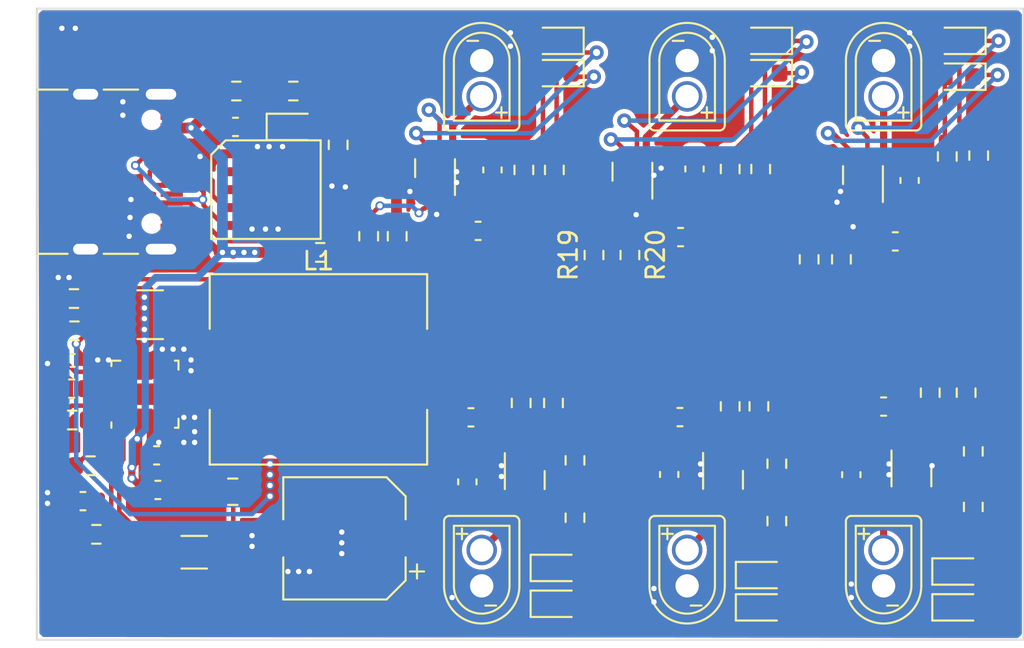
<source format=kicad_pcb>
(kicad_pcb (version 20221018) (generator pcbnew)
  (layers (0 "F.Cu" signal) (31 "B.Cu" signal) (34 "B.Paste" user) (35 "F.Paste" user) (36 "B.SilkS" user "B.Silkscreen") (37 "F.SilkS" user "F.Silkscreen") (38 "B.Mask" user) (39 "F.Mask" user) (44 "Edge.Cuts" user))
  (net 0 "")
  (net 1 "Net-(C1-Pad1)")
  (net 2 "GND")
  (net 3 "Net-(J1-Pin_1)")
  (net 4 "Net-(C3-Pad1)")
  (net 5 "Net-(J2-Pin_1)")
  (net 6 "Net-(C5-Pad1)")
  (net 7 "Net-(J3-Pin_1)")
  (net 8 "Net-(C7-Pad1)")
  (net 9 "Net-(J4-Pin_1)")
  (net 10 "Net-(C9-Pad1)")
  (net 11 "Net-(J5-Pin_1)")
  (net 12 "Net-(C11-Pad1)")
  (net 13 "Net-(J6-Pin_1)")
  (net 14 "/VDD_CH224K")
  (net 15 "/VBUS")
  (net 16 "Net-(U8-BOOT)")
  (net 17 "Net-(Cbst1-Pad1)")
  (net 18 "/5V")
  (net 19 "Net-(D1-K)")
  (net 20 "Net-(D1-A)")
  (net 21 "Net-(D2-K)")
  (net 22 "Net-(D2-A)")
  (net 23 "Net-(D3-K)")
  (net 24 "Net-(D3-A)")
  (net 25 "Net-(D4-K)")
  (net 26 "Net-(D4-A)")
  (net 27 "Net-(D5-K)")
  (net 28 "Net-(D5-A)")
  (net 29 "Net-(D6-K)")
  (net 30 "Net-(D6-A)")
  (net 31 "Net-(D7-K)")
  (net 32 "Net-(D7-A)")
  (net 33 "Net-(D8-K)")
  (net 34 "Net-(D8-A)")
  (net 35 "Net-(D9-K)")
  (net 36 "Net-(D9-A)")
  (net 37 "Net-(D10-K)")
  (net 38 "Net-(D10-A)")
  (net 39 "Net-(D11-K)")
  (net 40 "Net-(D11-A)")
  (net 41 "Net-(D12-K)")
  (net 42 "Net-(D12-A)")
  (net 43 "Net-(D13-K)")
  (net 44 "Net-(D13-A)")
  (net 45 "/CC1")
  (net 46 "/DP")
  (net 47 "/DM")
  (net 49 "/CC2")
  (net 51 "Net-(U1-PROG)")
  (net 52 "Net-(U2-PROG)")
  (net 53 "Net-(U3-PROG)")
  (net 54 "Net-(U4-PROG)")
  (net 55 "Net-(U5-PROG)")
  (net 56 "Net-(U6-PROG)")
  (net 57 "Net-(U8-PGOOD)")
  (net 58 "Net-(U8-FB)")
  (net 59 "Net-(U7-VBUS)")
  (net 60 "Net-(U7-CFG1)")
  (net 69 "Net-(U8-VREG5)")
  (net 70 "Net-(U8-SS)")
  (net 71 "Net-(U8-MODE)")
  (footprint "Resistor_SMD:R_0603_1608Metric" (layer "F.Cu") (at 74.45 52.3875 -90)
    (fp_text reference "R26" hide)
    (fp_text value "1")
  )
  (footprint "Resistor_SMD:R_0603_1608Metric" (layer "F.Cu") (at 32.925 67.725)
    (fp_text reference "Rml1" hide)
    (fp_text value "20K")
  )
  (footprint "Resistor_SMD:R_0603_1608Metric" (layer "F.Cu") (at 58.4 60.4 -90)
    (fp_text reference "R31" hide)
    (fp_text value "1K")
  )
  (footprint "Resistor_SMD:R_0603_1608Metric" (layer "F.Cu") (at 59.6 63.6 -90)
    (fp_text reference "R34" hide)
    (fp_text value "1K")
  )
  (footprint "thomas:BT2.0" (layer "F.Cu") (at 54.4 42.2)
    (fp_text reference "J3" hide)
    (fp_text value "Conn_01x02")
  )
  (footprint "Capacitor_SMD:C_0603_1608Metric" (layer "F.Cu") (at 66.26 47.3475 -90)
    (fp_text reference "C8" hide)
    (fp_text value "10u")
  )
  (footprint "Resistor_SMD:R_0603_1608Metric" (layer "F.Cu") (at 31.7 56.375)
    (fp_text reference "Rfbt1" hide)
    (fp_text value "73.2K")
  )
  (footprint "Capacitor_SMD:C_0603_1608Metric" (layer "F.Cu") (at 53.6 64.8 90)
    (fp_text reference "C12" hide)
    (fp_text value "10u")
  )
  (footprint "thomas:BT2.0" (layer "F.Cu") (at 65.85 69.7 180)
    (fp_text reference "J1" hide)
    (fp_text value "Conn_01x02")
  )
  (footprint "Resistor_SMD:R_0603_1608Metric" (layer "F.Cu") (at 59.6 66.8 90)
    (fp_text reference "R33" hide)
    (fp_text value "1K")
  )
  (footprint "Resistor_SMD:R_0603_1608Metric" (layer "F.Cu") (at 45.4 52 180)
    (fp_text reference "R101" hide)
    (fp_text value "10K")
  )
  (footprint "Resistor_SMD:R_0603_1608Metric" (layer "F.Cu") (at 81.4 59.825 -90)
    (fp_text reference "R7" hide)
    (fp_text value "1K")
  )
  (footprint "LED_SMD:LED_0603_1608Metric" (layer "F.Cu") (at 58.6125 71.6)
    (fp_text reference "D12" hide)
    (fp_text value "GREEN")
  )
  (footprint "Capacitor_SMD:C_0603_1608Metric" (layer "F.Cu") (at 31.55 59.6 180)
    (fp_text reference "Css1" hide)
    (fp_text value "10n")
  )
  (footprint "LED_SMD:LED_0603_1608Metric" (layer "F.Cu") (at 58.6 42 180)
    (fp_text reference "D5" hide)
    (fp_text value "RED")
  )
  (footprint "Resistor_SMD:R_0603_1608Metric" (layer "F.Cu") (at 43.9 43 180)
    (fp_text reference "R44" hide)
    (fp_text value "1K")
  )
  (footprint "Resistor_SMD:R_0603_1608Metric" (layer "F.Cu") (at 40.725 43 180)
    (fp_text reference "R100" hide)
    (fp_text value "1K")
  )
  (footprint "Package_DFN_QFN:DFN-8-1EP_2x2mm_P0.5mm_EP0.9x1.6mm" (layer "F.Cu") (at 75.65 48.1875 90)
    (fp_text reference "U5" hide)
    (fp_text value "LGS4056HDA-4.35")
  )
  (footprint "Resistor_SMD:R_0603_1608Metric" (layer "F.Cu") (at 56.6 60.4 90)
    (fp_text reference "R32" hide)
    (fp_text value "1")
  )
  (footprint "Resistor_SMD:R_0603_1608Metric" (layer "F.Cu") (at 80.35 46.65 -90)
    (fp_text reference "R27" hide)
    (fp_text value "1K")
  )
  (footprint "Package_DFN_QFN:DFN-8-1EP_2x2mm_P0.5mm_EP0.9x1.6mm" (layer "F.Cu") (at 67.85 64.1875 -90)
    (fp_text reference "U1" hide)
    (fp_text value "LGS4056HDA-4.35")
  )
  (footprint "Capacitor_SMD:C_0603_1608Metric" (layer "F.Cu") (at 65.45 61.1875 180)
    (fp_text reference "C1" hide)
    (fp_text value "10u")
  )
  (footprint "Resistor_SMD:R_0603_1608Metric" (layer "F.Cu") (at 81.8 63.1 -90)
    (fp_text reference "R10" hide)
    (fp_text value "1K")
  )
  (footprint "Package_DFN_QFN:DFN-8-1EP_2x2mm_P0.5mm_EP0.9x1.6mm" (layer "F.Cu") (at 51.8 47.8 90)
    (fp_text reference "U3" hide)
    (fp_text value "LGS4056HDA-4.35")
  )
  (footprint "Resistor_SMD:R_0603_1608Metric" (layer "F.Cu") (at 82.1 46.6 -90)
    (fp_text reference "R28" hide)
    (fp_text value "1K")
  )
  (footprint "thomas:BT2.0" (layer "F.Cu") (at 54.4 69.7 180)
    (fp_text reference "J6" hide)
    (fp_text value "Conn_01x02")
  )
  (footprint "Package_DFN_QFN:DFN-8-1EP_2x2mm_P0.5mm_EP0.9x1.6mm" (layer "F.Cu") (at 62.8 48 90)
    (fp_text reference "U4" hide)
    (fp_text value "LGS4056HDA-4.35")
  )
  (footprint "Capacitor_SMD:C_0603_1608Metric" (layer "F.Cu") (at 40.675 45 180)
    (fp_text reference "C13" hide)
    (fp_text value "1u")
  )
  (footprint "Resistor_SMD:R_0603_1608Metric" (layer "F.Cu") (at 60.66 52.1475 90)
    (fp_text reference "R19")
    (fp_text value "1K")
  )
  (footprint "thomas:BT2.0" (layer "F.Cu") (at 76.8 69.7 180)
    (fp_text reference "J2" hide)
    (fp_text value "Conn_01x02")
  )
  (footprint "Capacitor_SMD:C_0603_1608Metric" (layer "F.Cu") (at 76.8 60.6 180)
    (fp_text reference "C3" hide)
    (fp_text value "10u")
  )
  (footprint "Resistor_SMD:R_0603_1608Metric" (layer "F.Cu") (at 68.25 60.5875 90)
    (fp_text reference "R1" hide)
    (fp_text value "1")
  )
  (footprint "Resistor_SMD:R_0603_1608Metric" (layer "F.Cu") (at 56.75 47.4 -90)
    (fp_text reference "R15" hide)
    (fp_text value "1K")
  )
  (footprint "LED_SMD:LED_0603_1608Metric" (layer "F.Cu") (at 70.05 70)
    (fp_text reference "D2" hide)
    (fp_text value "RED")
  )
  (footprint "Capacitor_SMD:C_0603_1608Metric" (layer "F.Cu") (at 65.485 51.1475)
    (fp_text reference "C7" hide)
    (fp_text value "10u")
  )
  (footprint "Resistor_SMD:R_0603_1608Metric" (layer "F.Cu") (at 31.575 61.35 180)
    (fp_text reference "Rpg1" hide)
    (fp_text value "10K")
  )
  (footprint "Resistor_SMD:R_0603_1608Metric" (layer "F.Cu") (at 69.95 47.35 -90)
    (fp_text reference "R22" hide)
    (fp_text value "1K")
  )
  (footprint "Capacitor_SMD:CP_Elec_6.3x5.9" (layer "F.Cu") (at 46.75 67.95 180)
    (fp_text reference "Cout1" hide)
    (fp_text value "180u")
  )
  (footprint "Resistor_SMD:R_0603_1608Metric" (layer "F.Cu") (at 32.6 63.9 180)
    (fp_text reference "Rmh1" hide)
    (fp_text value "121K")
  )
  (footprint "thomas:ESSOP10" (layer "F.Cu") (at 42.375 48.5 -90)
    (fp_text reference "U7" hide)
    (fp_text value "CH224K")
  )
  (footprint "LED_SMD:LED_0603_1608Metric" (layer "F.Cu") (at 81 71.8)
    (fp_text reference "D4" hide)
    (fp_text value "GREEN")
  )
  (footprint "Package_DFN_QFN:DFN-8-1EP_2x2mm_P0.5mm_EP0.9x1.6mm" (layer "F.Cu") (at 78.35 64.05 -90)
    (fp_text reference "U2" hide)
    (fp_text value "LGS4056HDA-4.35")
  )
  (footprint "Capacitor_SMD:C_0603_1608Metric" (layer "F.Cu") (at 32.175 65.875 180)
    (fp_text reference "Creg1" hide)
    (fp_text value "4.7u")
  )
  (footprint "Resistor_SMD:R_0603_1608Metric" (layer "F.Cu") (at 70.85 66.9875 90)
    (fp_text reference "R3" hide)
    (fp_text value "1K")
  )
  (footprint "Capacitor_SMD:C_0603_1608Metric" (layer "F.Cu") (at 54.2 50.8)
    (fp_text reference "C5" hide)
    (fp_text value "10u")
  )
  (footprint "thomas:BT2.0" (layer "F.Cu") (at 65.85 42.2)
    (fp_text reference "J4" hide)
    (fp_text value "Conn_01x02")
  )
  (footprint "Resistor_SMD:R_0603_1608Metric" (layer "F.Cu") (at 70.85 63.7875 -90)
    (fp_text reference "R4" hide)
    (fp_text value "1K")
  )
  (footprint "Resistor_SMD:R_0603_1608Metric" (layer "F.Cu") (at 48.1 51.1 90)
    (fp_text reference "R13" hide)
    (fp_text value "1K")
  )
  (footprint "Package_DFN_QFN:Texas_RNN0018A" (layer "F.Cu") (at 35.63 59.91 90)
    (fp_text reference "U8" hide)
    (fp_text value "TPS568215RNN")
  )
  (footprint "Capacitor_SMD:C_0603_1608Metric" (layer "F.Cu") (at 64.85 64.3875 90)
    (fp_text reference "C2" hide)
    (fp_text value "10u")
  )
  (footprint "thomas:BT2.0" (layer "F.Cu") (at 76.8 42.2)
    (fp_text reference "J5" hide)
    (fp_text value "Conn_01x02")
  )
  (footprint "LED_SMD:LED_0603_1608Metric" (layer "F.Cu") (at 70.05 71.8)
    (fp_text reference "D1" hide)
    (fp_text value "GREEN")
  )
  (footprint "Resistor_SMD:R_0603_1608Metric" (layer "F.Cu") (at 49.69 51.1 -90)
    (fp_text reference "R14" hide)
    (fp_text value "1")
  )
  (footprint "Resistor_SMD:R_0603_1608Metric" (layer "F.Cu") (at 62.66 52.1475 -90)
    (fp_text reference "R20")
    (fp_text value "1")
  )
  (footprint "LED_SMD:LED_0603_1608Metric" (layer "F.Cu") (at 70.2125 40.2 180)
    (fp_text reference "D8" hide)
    (fp_text value "GREEN")
  )
  (footprint "LED_SMD:LED_0603_1608Metric" (layer "F.Cu") (at 58.6 40.2 180)
    (fp_text reference "D6" hide)
    (fp_text value "GREEN")
  )
  (footprint "Resistor_SMD:R_0603_1608Metric" (layer "F.Cu") (at 81.8 66.2 90)
    (fp_text reference "R9" hide)
    (fp_text value "1K")
  )
  (footprint "Connector_USB:USB_C_Receptacle_G-Switch_GT-USB-7010ASV" (layer "F.Cu") (at 33.4 47.5 -90)
    (fp_text reference "J7" hide)
    (fp_text value "USB_C_CONN")
  )
  (footprint "Capacitor_SMD:C_0603_1608Metric" (layer "F.Cu") (at 53.8 61.2 180)
    (fp_text reference "C11" hide)
    (fp_text value "10u")
  )
  (footprint "Capacitor_SMD:C_0603_1608Metric" (layer "F.Cu") (at 75 64.4 90)
    (fp_text reference "C4" hide)
    (fp_text value "10u")
  )
  (footprint "LED_SMD:LED_0603_1608Metric" (layer "F.Cu") (at 81 40.2 180)
    (fp_text reference "D10" hide)
    (fp_text value "GREEN")
  )
  (footprint "Resistor_SMD:R_0603_1608Metric" (layer "F.Cu") (at 46.4 46 90)
    (fp_text reference "R102" hide)
    (fp_text value "24K")
  )
  (footprint "LED_SMD:LED_0603_1608Metric" (layer "F.Cu") (at 81 42.2 180)
    (fp_text reference "D9" hide)
    (fp_text value "RED")
  )
  (footprint "Resistor_SMD:R_0603_1608Metric" (layer "F.Cu") (at 69.85 60.5875 -90)
    (fp_text reference "R2" hide)
    (fp_text value "1K")
  )
  (footprint "Resistor_SMD:R_0603_1608Metric" (layer "F.Cu") (at 79.4 59.825 90)
    (fp_text reference "R8" hide)
    (fp_text value "1")
  )
  (footprint "Capacitor_SMD:C_1206_3216Metric" (layer "F.Cu") (at 38.375 68.725 180)
    (fp_text reference "Cbst1" hide)
    (fp_text value "100n")
  )
  (footprint "LED_SMD:LED_0603_1608Metric" (layer "F.Cu") (at 70.2125 42 180)
    (fp_text reference "D7" hide)
    (fp_text value "RED")
  )
  (footprint "Capacitor_SMD:C_0603_1608Metric" (layer "F.Cu") (at 36.28 63.32)
    (fp_text reference "Cihf_ch1" hide)
    (fp_text value "100n")
  )
  (footprint "Resistor_SMD:R_0603_1608Metric" (layer "F.Cu") (at 58.45 47.4 -90)
    (fp_text reference "R16" hide)
    (fp_text value "1K")
  )
  (footprint "LED_SMD:LED_0603_1608Metric" (layer "F.Cu") (at 43.9 45)
    (fp_text reference "D13" hide)
    (fp_text value "GREEN")
  )
  (footprint "Capacitor_SMD:C_0603_1608Metric" (layer "F.Cu") (at 55 47.4 -90)
    (fp_text reference "C6" hide)
    (fp_text value "10u")
  )
  (footprint "Resistor_SMD:R_0603_1608Metric" (layer "F.Cu") (at 31.675 54.575)
    (fp_text reference "Rfbb1" hide)
    (fp_text value "10K")
  )
  (footprint "Capacitor_SMD:C_0603_1608Metric" (layer "F.Cu") (at 78.25 47.9875 -90)
    (fp_text reference "C10" hide)
    (fp_text value "10u")
  )
  (footprint "Capacitor_SMD:C_0402_1005Metric" (layer "F.Cu") (at 31.6 58.025 180)
    (fp_text reference "Cff1" hide)
    (fp_text value "220p")
  )
  (footprint "Inductor_SMD:L_Chilisin_BMRF00101040" (layer "F.Cu") (at 45.3 58.525)
    (fp_text reference "L1")
    (fp_text value "1.6uH")
  )
  (footprint "LED_SMD:LED_0603_1608Metric" (layer "F.Cu") (at 81 69.8)
    (fp_text reference "D3" hide)
    (fp_text value "RED")
  )
  (footprint "Resistor_SMD:R_0603_1608Metric" (layer "F.Cu") (at 72.65 52.3875 90)
    (fp_text reference "R25" hide)
    (fp_text value "1K")
  )
  (footprint "LED_SMD:LED_0603_1608Metric" (layer "F.Cu") (at 58.6125 69.6)
    (fp_text reference "D11" hide)
    (fp_text value "RED")
  )
  (footprint "Capacitor_SMD:C_0603_1608Metric" (layer "F.Cu") (at 77.45 51.3875)
    (fp_text reference "C9" hide)
    (fp_text value "10u")
  )
  (footprint "Capacitor_SMD:C_0805_2012Metric" (layer "F.Cu") (at 40.525 65.35 180)
    (fp_text reference "Coutx1" hide)
    (fp_text value "22u")
  )
  (footprint "Capacitor_SMD:C_0603_1608Metric" (layer "F.Cu") (at 36.35 65.25)
    (fp_text reference "Cihf_ch2" hide)
    (fp_text value "100n")
  )
  (footprint "Resistor_SMD:R_0603_1608Metric" (layer "F.Cu") (at 68.25 47.35 -90)
    (fp_text reference "R21" hide)
    (fp_text value "1K")
  )
  (footprint "Capacitor_SMD:C_1210_3225Metric" (layer "F.Cu") (at 35.925 55.475)
    (fp_text reference "Cin1" hide)
    (fp_text value "10u")
  )
  (footprint "Package_DFN_QFN:DFN-8-1EP_2x2mm_P0.5mm_EP0.9x1.6mm" (layer "F.Cu") (at 56.8 64.2 -90)
    (fp_text reference "U6" hide)
    (fp_text value "LGS4056HDA-4.35")
  )
  (gr_rect (start 29.6 38.4) (end 84.6 73.6) (stroke (width 0.1)) (fill none) (layer "Edge.Cuts"))
  (segment (start 66.225 61.1875) (end 66.825 61.1875) (width 0.4) (layer "F.Cu") (net 1))
  (segment (start 66.825 61.1875) (end 68.25 59.7625) (width 0.4) (layer "F.Cu") (net 1))
  (segment (start 39.9 45) (end 40.625 44.275) (width 0.25) (layer "F.Cu") (net 2))
  (segment (start 52.05 48.8125) (end 52.05 49.45) (width 0.25) (layer "F.Cu") (net 2))
  (segment (start 52.05 49.45) (end 51.89 49.88) (width 0.25) (layer "F.Cu") (net 2))
  (segment (start 40.6 42.2) (end 39.225 42.2) (width 0.25) (layer "F.Cu") (net 2))
  (segment (start 63.05 49.0125) (end 63.01 49.9) (width 0.25) (layer "F.Cu") (net 2))
  (segment (start 75.1 50.57) (end 75.24 50.49) (width 0.25) (layer "F.Cu") (net 2))
  (segment (start 47.4 44.457538) (end 47.4 45.825) (width 0.25) (layer "F.Cu") (net 2))
  (segment (start 47.4 45.825) (end 46.4 46.825) (width 0.25) (layer "F.Cu") (net 2))
  (segment (start 40.625 44.275) (end 40.625 42.225) (width 0.25) (layer "F.Cu") (net 2))
  (segment (start 75.9 49.83) (end 75.1 50.57) (width 0.25) (layer "F.Cu") (net 2))
  (segment (start 40.625 42.225) (end 40.6 42.2) (width 0.25) (layer "F.Cu") (net 2))
  (segment (start 40.6 42.2) (end 45.142462 42.2) (width 0.25) (layer "F.Cu") (net 2))
  (segment (start 39.225 42.2) (end 37.125 44.3) (width 0.25) (layer "F.Cu") (net 2))
  (segment (start 63.01 49.9) (end 63.05 49.92) (width 0.25) (layer "F.Cu") (net 2))
  (segment (start 75.9 49.2) (end 75.9 49.83) (width 0.25) (layer "F.Cu") (net 2))
  (segment (start 45.142462 42.2) (end 47.4 44.457538) (width 0.25) (layer "F.Cu") (net 2))
  (via (at 66.6 63.8) (size 0.5) (drill 0.3) (layers "F.Cu" "B.Cu") (net 2))
  (via (at 77.1 64.4) (size 0.5) (drill 0.3) (layers "F.Cu" "B.Cu") (net 2))
  (via (at 64 70.75) (size 0.5) (drill 0.3) (layers "F.Cu" "B.Cu") (net 2))
  (via (at 46.6 67.6) (size 0.5) (drill 0.3) (layers "F.Cu" "B.Cu") (net 2))
  (via (at 31.75 39.5) (size 0.5) (drill 0.3) (layers "F.Cu" "B.Cu") (net 2))
  (via (at 34.75 51.1) (size 0.5) (drill 0.3) (layers "F.Cu" "B.Cu") (net 2))
  (via (at 56 39.75) (size 0.5) (drill 0.3) (layers "F.Cu" "B.Cu") (net 2))
  (via (at 55.5 64.5) (size 0.5) (drill 0.3) (layers "F.Cu" "B.Cu") (net 2))
  (via (at 46.05 48.3) (size 0.5) (drill 0.3) (layers "F.Cu" "B.Cu") (net 2))
  (via (at 74.4 48.6) (size 0.5) (drill 0.3) (layers "F.Cu" "B.Cu") (net 2))
  (via (at 36.6 57.4) (size 0.5) (drill 0.3) (layers "F.Cu" "B.Cu") (net 2))
  (via (at 34.8 50.05) (size 0.5) (drill 0.3) (layers "F.Cu" "B.Cu") (net 2))
  (via (at 41.6 68.4) (size 0.5) (drill 0.3) (layers "F.Cu" "B.Cu") (net 2))
  (via (at 51.89 49.88) (size 0.5) (drill 0.3) (layers "F.Cu" "B.Cu") (net 2))
  (via (at 67.25 40) (size 0.5) (drill 0.3) (layers "F.Cu" "B.Cu") (net 2))
  (via (at 66.6 64.4) (size 0.5) (drill 0.3) (layers "F.Cu" "B.Cu") (net 2))
  (via (at 38.4 62.6) (size 0.5) (drill 0.3) (layers "F.Cu" "B.Cu") (net 2))
  (via (at 34.4 43.6) (size 0.5) (drill 0.3) (layers "F.Cu" "B.Cu") (net 2))
  (via (at 37.8 62.6) (size 0.5) (drill 0.3) (layers "F.Cu" "B.Cu") (net 2))
  (via (at 34.4 44.35) (size 0.5) (drill 0.3) (layers "F.Cu" "B.Cu") (net 2))
  (via (at 75 70.5) (size 0.5) (drill 0.3) (layers "F.Cu" "B.Cu") (net 2))
  (via (at 53 47.5) (size 0.5) (drill 0.3) (layers "F.Cu" "B.Cu") (net 2))
  (via (at 56 40.5) (size 0.5) (drill 0.3) (layers "F.Cu" "B.Cu") (net 2))
  (via (at 55.5 63.9) (size 0.5) (drill 0.3) (layers "F.Cu" "B.Cu") (net 2))
  (via (at 46.6 68.2) (size 0.5) (drill 0.3) (layers "F.Cu" "B.Cu") (net 2))
  (via (at 50.4 48.6) (size 0.5) (drill 0.3) (layers "F.Cu" "B.Cu") (net 2))
  (via (at 33 58) (size 0.5) (drill 0.3) (layers "F.Cu" "B.Cu") (net 2))
  (via (at 64 47.7) (size 0.5) (drill 0.3) (layers "F.Cu" "B.Cu") (net 2))
  (via (at 37.2 57.4) (size 0.5) (drill 0.3) (layers "F.Cu" "B.Cu") (net 2))
  (via (at 44.8 69.8) (size 0.5) (drill 0.3) (layers "F.Cu" "B.Cu") (net 2))
  (via (at 42.55 46.1) (size 0.5) (drill 0.3) (layers "F.Cu" "B.Cu") (net 2))
  (via (at 44.2 69.8) (size 0.5) (drill 0.3) (layers "F.Cu" "B.Cu") (net 2))
  (via (at 46.6 68.8) (size 0.5) (drill 0.3) (layers "F.Cu" "B.Cu") (net 2))
  (via (at 64 71.5) (size 0.5) (drill 0.3) (layers "F.Cu" "B.Cu") (net 2))
  (via (at 41.9 46.1) (size 0.5) (drill 0.3) (layers "F.Cu" "B.Cu") (net 2))
  (via (at 53 48.1) (size 0.5) (drill 0.3) (layers "F.Cu" "B.Cu") (net 2))
  (via (at 33.6 58) (size 0.5) (drill 0.3) (layers "F.Cu" "B.Cu") (net 2))
  (via (at 37.8 57.4) (size 0.5) (drill 0.3) (layers "F.Cu" "B.Cu") (net 2))
  (via (at 64.4 47.3) (size 0.5) (drill 0.3) (layers "F.Cu" "B.Cu") (net 2))
  (via (at 38.2 58.6) (size 0.5) (drill 0.3) (layers "F.Cu" "B.Cu") (net 2))
  (via (at 30.8 53.4) (size 0.5) (drill 0.3) (layers "F.Cu" "B.Cu") (net 2))
  (via (at 30.2 58.2) (size 0.5) (drill 0.3) (layers "F.Cu" "B.Cu") (net 2))
  (via (at 75.1 50.57) (size 0.5) (drill 0.3) (layers "F.Cu" "B.Cu") (net 2))
  (via (at 41.6 67.8) (size 0.5) (drill 0.3) (layers "F.Cu" "B.Cu") (net 2))
  (via (at 30.2 65.4) (size 0.5) (drill 0.3) (layers "F.Cu" "B.Cu") (net 2))
  (via (at 63.01 49.9) (size 0.5) (drill 0.3) (layers "F.Cu" "B.Cu") (net 2))
  (via (at 31.4 53.4) (size 0.5) (drill 0.3) (layers "F.Cu" "B.Cu") (net 2))
  (via (at 52.75 71.25) (size 0.5) (drill 0.3) (layers "F.Cu" "B.Cu") (net 2))
  (via (at 43.3 46.1) (size 0.5) (drill 0.3) (layers "F.Cu" "B.Cu") (net 2))
  (via (at 38.7 46.65) (size 0.5) (drill 0.3) (layers "F.Cu" "B.Cu") (net 2))
  (via (at 38.4 62) (size 0.5) (drill 0.3) (layers "F.Cu" "B.Cu") (net 2))
  (via (at 41.6 50.7) (size 0.5) (drill 0.3) (layers "F.Cu" "B.Cu") (net 2))
  (via (at 38.4 61.2) (size 0.5) (drill 0.3) (layers "F.Cu" "B.Cu") (net 2))
  (via (at 74.2 49.2) (size 0.5) (drill 0.3) (layers "F.Cu" "B.Cu") (net 2))
  (via (at 46.8 48.35) (size 0.5) (drill 0.3) (layers "F.Cu" "B.Cu") (net 2))
  (via (at 75 71.25) (size 0.5) (drill 0.3) (layers "F.Cu" "B.Cu") (net 2))
  (via (at 67.25 40.75) (size 0.5) (drill 0.3) (layers "F.Cu" "B.Cu") (net 2))
  (via (at 43.6 69.8) (size 0.5) (drill 0.3) (layers "F.Cu" "B.Cu") (net 2))
  (via (at 31 39.5) (size 0.5) (drill 0.3) (layers "F.Cu" "B.Cu") (net 2))
  (via (at 42.35 50.7) (size 0.5) (drill 0.3) (layers "F.Cu" "B.Cu") (net 2))
  (via (at 78.25 39.75) (size 0.5) (drill 0.3) (layers "F.Cu" "B.Cu") (net 2))
  (via (at 37.8 61.2) (size 0.5) (drill 0.3) (layers "F.Cu" "B.Cu") (net 2))
  (via (at 78.25 40.5) (size 0.5) (drill 0.3) (layers "F.Cu" "B.Cu") (net 2))
  (via (at 79.5 63.9) (size 0.5) (drill 0.3) (layers "F.Cu" "B.Cu") (net 2))
  (via (at 34.85 49.05) (size 0.5) (drill 0.3) (layers "F.Cu" "B.Cu") (net 2))
  (via (at 77.1 63.8) (size 0.5) (drill 0.3) (layers "F.Cu" "B.Cu") (net 2))
  (via (at 43.05 50.7) (size 0.5) (drill 0.3) (layers "F.Cu" "B.Cu") (net 2))
  (via (at 36.4 62.6) (size 0.5) (drill 0.3) (layers "F.Cu" "B.Cu") (net 2))
  (via (at 38.2 58) (size 0.5) (drill 0.3) (layers "F.Cu" "B.Cu") (net 2))
  (via (at 30.2 66) (size 0.5) (drill 0.3) (layers "F.Cu" "B.Cu") (net 2))
  (segment (start 65.4875 65.8) (end 64.85 65.1625) (width 0.4) (layer "F.Cu") (net 3))
  (segment (start 65.85 68.6) (end 67.075 67.375) (width 0.4) (layer "F.Cu") (net 3))
  (segment (start 67.075 65.8) (end 65.4875 65.8) (width 0.4) (layer "F.Cu") (net 3))
  (segment (start 67.075 67.375) (end 67.075 65.8) (width 0.4) (layer "F.Cu") (net 3))
  (segment (start 67.075 65.8) (end 67.075 65.2) (width 0.4) (layer "F.Cu") (net 3))
  (segment (start 77.8 60.6) (end 79.4 59) (width 0.4) (layer "F.Cu") (net 4))
  (segment (start 76.8 65.8375) (end 75.6625 65.8375) (width 0.4) (layer "F.Cu") (net 5))
  (segment (start 76.8 65.8375) (end 77.575 65.0625) (width 0.4) (layer "F.Cu") (net 5))
  (segment (start 76.8 68.6) (end 76.8 65.8375) (width 0.4) (layer "F.Cu") (net 5))
  (segment (start 75.6625 65.8375) (end 75 65.175) (width 0.4) (layer "F.Cu") (net 5))
  (segment (start 50.5 51.225) (end 53 51.225) (width 0.25) (layer "F.Cu") (net 6))
  (segment (start 49.69 51.925) (end 49.8 51.925) (width 0.25) (layer "F.Cu") (net 6))
  (segment (start 53 51.225) (end 53.425 50.8) (width 0.25) (layer "F.Cu") (net 6))
  (segment (start 49.8 51.925) (end 50.5 51.225) (width 0.25) (layer "F.Cu") (net 6))
  (segment (start 55 46.625) (end 54.4625 46.0875) (width 0.4) (layer "F.Cu") (net 7))
  (segment (start 52.783426 46.0875) (end 52.575 46.295926) (width 0.4) (layer "F.Cu") (net 7))
  (segment (start 52.783426 46.0875) (end 52.783426 44.916574) (width 0.4) (layer "F.Cu") (net 7))
  (segment (start 52.783426 44.916574) (end 54.4 43.3) (width 0.4) (layer "F.Cu") (net 7))
  (segment (start 52.575 46.295926) (end 52.575 46.7875) (width 0.4) (layer "F.Cu") (net 7))
  (segment (start 54.4625 46.0875) (end 52.783426 46.0875) (width 0.4) (layer "F.Cu") (net 7))
  (segment (start 62.885 52.9725) (end 64.71 51.1475) (width 0.4) (layer "F.Cu") (net 8))
  (segment (start 65.85 43.3) (end 63.575 45.575) (width 0.4) (layer "F.Cu") (net 9))
  (segment (start 63.575 46.5) (end 63.575 46.9875) (width 0.4) (layer "F.Cu") (net 9))
  (segment (start 64.355 46.5) (end 63.575 46.5) (width 0.4) (layer "F.Cu") (net 9))
  (segment (start 66.26 46.5725) (end 64.4275 46.5725) (width 0.4) (layer "F.Cu") (net 9))
  (segment (start 64.4275 46.5725) (end 64.355 46.5) (width 0.4) (layer "F.Cu") (net 9))
  (segment (start 63.575 45.575) (end 63.575 46.5) (width 0.4) (layer "F.Cu") (net 9))
  (segment (start 74.85 53.2125) (end 76.675 51.3875) (width 0.4) (layer "F.Cu") (net 10))
  (segment (start 74.45 53.2125) (end 74.85 53.2125) (width 0.4) (layer "F.Cu") (net 10))
  (segment (start 77.2125 47.2125) (end 78.25 47.2125) (width 0.4) (layer "F.Cu") (net 11))
  (segment (start 76.8 43.3) (end 76.8 46.8) (width 0.4) (layer "F.Cu") (net 11))
  (segment (start 76.8 46.8) (end 77.2125 47.2125) (width 0.4) (layer "F.Cu") (net 11))
  (segment (start 76.8 46.8) (end 76.425 47.175) (width 0.4) (layer "F.Cu") (net 11))
  (segment (start 54.975 61.2) (end 56.6 59.575) (width 0.4) (layer "F.Cu") (net 12))
  (segment (start 54.575 61.2) (end 54.975 61.2) (width 0.4) (layer "F.Cu") (net 12))
  (segment (start 56.025 66.8) (end 54.825 66.8) (width 0.4) (layer "F.Cu") (net 13))
  (segment (start 54.825 66.8) (end 53.6 65.575) (width 0.4) (layer "F.Cu") (net 13))
  (segment (start 56.025 66.8) (end 56.025 65.2125) (width 0.4) (layer "F.Cu") (net 13))
  (segment (start 56.025 66.975) (end 56.025 66.8) (width 0.4) (layer "F.Cu") (net 13))
  (segment (start 54.4 68.6) (end 56.025 66.975) (width 0.4) (layer "F.Cu") (net 13))
  (segment (start 43.075 43) (end 41.55 43) (width 0.25) (layer "F.Cu") (net 14))
  (segment (start 41.55 43) (end 41.55 44.9) (width 0.25) (layer "F.Cu") (net 14))
  (segment (start 41.45 45.4) (end 40.35 46.5) (width 0.25) (layer "F.Cu") (net 14))
  (segment (start 41.45 45) (end 41.45 45.4) (width 0.25) (layer "F.Cu") (net 14))
  (segment (start 35.28 58.696117) (end 34.625 59.351117) (width 0.25) (layer "F.Cu") (net 15))
  (segment (start 38.531802 50.768198) (end 38.531802 50.386802) (width 0.4) (layer "F.Cu") (net 15))
  (segment (start 39.763604 52) (end 39.95 52) (width 0.6) (layer "F.Cu") (net 15))
  (segment (start 40.55 52.05) (end 40.6 52) (width 0.6) (layer "F.Cu") (net 15))
  (segment (start 34.625 59.351117) (end 34.625 60.62467) (width 0.25) (layer "F.Cu") (net 15))
  (segment (start 34.925 64.6) (end 35.575 65.25) (width 0.4) (layer "F.Cu") (net 15))
  (segment (start 38.045 49.9) (end 37.125 49.9) (width 0.4) (layer "F.Cu") (net 15))
  (segment (start 39.95 52) (end 40.5 52) (width 0.6) (layer "F.Cu") (net 15))
  (segment (start 39.9 43.445) (end 39.9 43) (width 0.6) (layer "F.Cu") (net 15))
  (segment (start 38.531802 50.768198) (end 39.763604 52) (width 0.4) (layer "F.Cu") (net 15))
  (segment (start 34.9 64) (end 34.9 64.6) (width 0.4) (layer "F.Cu") (net 15))
  (segment (start 41.15 52) (end 44.575 52) (width 0.6) (layer "F.Cu") (net 15))
  (segment (start 35.28 56.305) (end 34.45 55.475) (width 0.4) (layer "F.Cu") (net 15))
  (segment (start 40.5 52) (end 40.55 52.05) (width 0.6) (layer "F.Cu") (net 15))
  (segment (start 34.9 64.6) (end 34.925 64.6) (width 0.4) (layer "F.Cu") (net 15))
  (segment (start 34.625 60.62467) (end 35.28 61.27967) (width 0.25) (layer "F.Cu") (net 15))
  (segment (start 38.531802 50.386802) (end 38.045 49.9) (width 0.4) (layer "F.Cu") (net 15))
  (segment (start 35.28 58.535) (end 35.28 56.305) (width 0.4) (layer "F.Cu") (net 15))
  (segment (start 40.6 52) (end 41.15 52) (width 0.6) (layer "F.Cu") (net 15))
  (segment (start 35.28 61.27967) (end 35.28 61.285) (width 0.25) (layer "F.Cu") (net 15))
  (segment (start 35.575 65.25) (end 35.575 63.39) (width 0.6) (layer "F.Cu") (net 15))
  (segment (start 34.9 64) (end 34.9 63.925) (width 0.4) (layer "F.Cu") (net 15))
  (segment (start 37.125 45.1) (end 38.2 45.05) (width 0.6) (layer "F.Cu") (net 15))
  (segment (start 34.9 63.925) (end 35.505 63.32) (width 0.4) (layer "F.Cu") (net 15))
  (segment (start 35.28 63.095) (end 35.505 63.32) (width 0.4) (layer "F.Cu") (net 15))
  (segment (start 35.28 58.535) (end 35.28 58.696117) (width 0.25) (layer "F.Cu") (net 15))
  (segment (start 38.2 45.05) (end 38.245 45.1) (width 0.6) (layer "F.Cu") (net 15))
  (segment (start 35.575 63.39) (end 35.505 63.32) (width 0.6) (layer "F.Cu") (net 15))
  (segment (start 38.245 45.1) (end 39.9 43.445) (width 0.6) (layer "F.Cu") (net 15))
  (segment (start 35.28 61.285) (end 35.28 63.095) (width 0.4) (layer "F.Cu") (net 15))
  (segment (start 35.6 54.5) (end 35.6 56.9) (width 0.4) (layer "F.Cu") (net 15))
  (via (at 40.55 52) (size 0.5) (drill 0.3) (layers "F.Cu" "B.Cu") (net 15))
  (via (at 35.6 55.7) (size 0.5) (drill 0.3) (layers "F.Cu" "B.Cu") (net 15))
  (via (at 35.2 62.4) (size 0.5) (drill 0.3) (layers "F.Cu" "B.Cu") (net 15))
  (via (at 35.6 55.1) (size 0.5) (drill 0.3) (layers "F.Cu" "B.Cu") (net 15))
  (via (at 35.6 56.3) (size 0.5) (drill 0.3) (layers "F.Cu" "B.Cu") (net 15))
  (via (at 41.75 52) (size 0.5) (drill 0.3) (layers "F.Cu" "B.Cu") (net 15))
  (via (at 39.95 52) (size 0.5) (drill 0.3) (layers "F.Cu" "B.Cu") (net 15))
  (via (at 38.2 45.05) (size 0.5) (drill 0.3) (layers "F.Cu" "B.Cu") (net 15))
  (via (at 35.6 54.5) (size 0.5) (drill 0.3) (layers "F.Cu" "B.Cu") (net 15))
  (via (at 34.9 64.6) (size 0.5) (drill 0.3) (layers "F.Cu" "B.Cu") (net 15))
  (via (at 41.15 52) (size 0.5) (drill 0.3) (layers "F.Cu" "B.Cu") (net 15))
  (via (at 35.6 56.9) (size 0.5) (drill 0.3) (layers "F.Cu" "B.Cu") (net 15))
  (via (at 34.9 64) (size 0.5) (drill 0.3) (layers "F.Cu" "B.Cu") (net 15))
  (segment (start 34.9 64.6) (end 34.925 64.625) (width 0.4) (layer "B.Cu") (net 15))
  (segment (start 38.55 53.4) (end 36.225 53.4) (width 0.4) (layer "B.Cu") (net 15))
  (segment (start 35.6 55.7) (end 35.65 55.75) (width 0.4) (layer "B.Cu") (net 15))
  (segment (start 39.95 52) (end 40.3 52) (width 0.6) (layer "B.Cu") (net 15))
  (segment (start 35.65 55.05) (end 35.6 55.1) (width 0.4) (layer "B.Cu") (net 15))
  (segment (start 41.15 52) (end 39.95 52) (width 0.4) (layer "B.Cu") (net 15))
  (segment (start 40.3 52) (end 41.75 52) (width 0.6) (layer "B.Cu") (net 15))
  (segment (start 35.65 54.55) (end 35.65 55.05) (width 0.4) (layer "B.Cu") (net 15))
  (segment (start 34.925 62.6) (end 34.925 63.975) (width 0.4) (layer "B.Cu") (net 15))
  (segment (start 35.65 55.75) (end 35.65 56.25) (width 0.4) (layer "B.Cu") (net 15))
  (segment (start 35.65 56.35) (end 35.65 56.85) (width 0.4) (layer "B.Cu") (net 15))
  (segment (start 35.65 56.85) (end 35.6 56.9) (width 0.4) (layer "B.Cu") (net 15))
  (segment (start 35.6 55.1) (end 35.65 55.15) (width 0.4) (layer "B.Cu") (net 15))
  (segment (start 35.6 56.3) (end 35.65 56.35) (width 0.4) (layer "B.Cu") (net 15))
  (segment (start 35.65 55.65) (end 35.6 55.7) (width 0.4) (layer "B.Cu") (net 15))
  (segment (start 35.65 55.15) (end 35.65 55.65) (width 0.4) (layer "B.Cu") (net 15))
  (segment (start 35.2 62.325) (end 35.2 62.4) (width 0.4) (layer "B.Cu") (net 15))
  (segment (start 39.95 46.8) (end 38.2 45.05) (width 0.6) (layer "B.Cu") (net 15))
  (segment (start 39.95 52) (end 39.95 46.8) (width 0.6) (layer "B.Cu") (net 15))
  (segment (start 35.65 61.875) (end 35.2 62.325) (width 0.4) (layer "B.Cu") (net 15))
  (segment (start 35.65 56.25) (end 35.6 56.3) (width 0.4) (layer "B.Cu") (net 15))
  (segment (start 35.65 56.95) (end 35.65 61.875) (width 0.4) (layer "B.Cu") (net 15))
  (segment (start 35.65 54.45) (end 35.6 54.5) (width 0.4) (layer "B.Cu") (net 15))
  (segment (start 39.95 52) (end 38.55 53.4) (width 0.4) (layer "B.Cu") (net 15))
  (segment (start 36.225 53.4) (end 35.65 53.975) (width 0.4) (layer "B.Cu") (net 15))
  (segment (start 35.2 62.4) (end 35.125 62.4) (width 0.4) (layer "B.Cu") (net 15))
  (segment (start 34.925 63.975) (end 34.9 64) (width 0.4) (layer "B.Cu") (net 15))
  (segment (start 35.125 62.4) (end 34.925 62.6) (width 0.4) (layer "B.Cu") (net 15))
  (segment (start 35.65 53.975) (end 35.65 54.45) (width 0.4) (layer "B.Cu") (net 15))
  (segment (start 35.6 54.5) (end 35.65 54.55) (width 0.4) (layer "B.Cu") (net 15))
  (segment (start 35.6 56.9) (end 35.65 56.95) (width 0.4) (layer "B.Cu") (net 15))
  (segment (start 34.43 63.545) (end 34.2 63.775) (width 0.25) (layer "F.Cu") (net 16))
  (segment (start 36.45 68.725) (end 36.9 68.725) (width 0.25) (layer "F.Cu") (net 16))
  (segment (start 34.2 63.775) (end 34.2 66.475) (width 0.25) (layer "F.Cu") (net 16))
  (segment (start 34.43 61.645) (end 34.43 63.545) (width 0.25) (layer "F.Cu") (net 16))
  (segment (start 34.705 61.56) (end 34.515 61.56) (width 0.25) (layer "F.Cu") (net 16))
  (segment (start 34.2 66.475) (end 36.45 68.725) (width 0.25) (layer "F.Cu") (net 16))
  (segment (start 34.515 61.56) (end 34.43 61.645) (width 0.25) (layer "F.Cu") (net 16))
  (segment (start 39.85 68.725) (end 40.55 68.025) (width 0.25) (layer "F.Cu") (net 17))
  (segment (start 36.28 59.61) (end 35.25 59.61) (width 0.6) (layer "F.Cu") (net 17))
  (segment (start 40.55 58.525) (end 39.465 59.61) (width 0.6) (layer "F.Cu") (net 17))
  (segment (start 40.55 68.025) (end 40.55 58.525) (width 0.25) (layer "F.Cu") (net 17))
  (segment (start 36.28 60.21) (end 35.25 60.21) (width 0.6) (layer "F.Cu") (net 17))
  (segment (start 39.465 59.61) (end 36.28 59.61) (width 0.6) (layer "F.Cu") (net 17))
  (segment (start 38.865 60.21) (end 36.28 60.21) (width 0.6) (layer "F.Cu") (net 17))
  (segment (start 40.55 58.525) (end 38.865 60.21) (width 0.6) (layer "F.Cu") (net 17))
  (segment (start 49.010051 47.9) (end 47.125 49.785051) (width 0.6) (layer "F.Cu") (net 18))
  (segment (start 74.45 51.5625) (end 75.651472 51.5625) (width 0.4) (layer "F.Cu") (net 18))
  (segment (start 67.4225 47.3475) (end 68.25 48.175) (width 0.25) (layer "F.Cu") (net 18))
  (segment (start 71 54.85) (end 71 53.15) (width 0.6) (layer "F.Cu") (net 18))
  (segment (start 70.267462 62.2125) (end 70.276472 62.2125) (width 0.4) (layer "F.Cu") (net 18))
  (segment (start 68.25 61.4125) (end 67.448528 61.4125) (width 0.4) (layer "F.Cu") (net 18))
  (segment (start 77.8 61.55) (end 77.4 61.95) (width 0.4) (layer "F.Cu") (net 18))
  (segment (start 59.275 60.475) (end 59.275 61.75) (width 0.4) (layer "F.Cu") (net 18))
  (segment (start 49.65 47.9) (end 49.65 50.235) (width 0.6) (layer "F.Cu") (net 18))
  (segment (start 56.75 48.225) (end 55.925 47.4) (width 0.25) (layer "F.Cu") (net 18))
  (segment (start 71.2 56.7) (end 71.2 59.877449) (width 0.6) (layer "F.Cu") (net 18))
  (segment (start 67.073528 61.7875) (end 67.075 61.788972) (width 0.4) (layer "F.Cu") (net 18))
  (segment (start 61.925 46.8625) (end 62.025 46.9625) (width 0.4) (layer "F.Cu") (net 18))
  (segment (start 70.55 60.6875) (end 70.65 60.7875) (width 0.25) (layer "F.Cu") (net 18))
  (segment (start 63.3775 51.3225) (end 62.66 51.3225) (width 0.4) (layer "F.Cu") (net 18))
  (segment (start 71.675 52.425) (end 71.675 50.1125) (width 0.6) (layer "F.Cu") (net 18))
  (segment (start 48.89 51.075) (end 47.13 51.075) (width 0.4) (layer "F.Cu") (net 18))
  (segment (start 69.4 65.2) (end 70.2625 65.2) (width 0.25) (layer "F.Cu") (net 18))
  (segment (start 60.25 59.3) (end 60.25 56.9) (width 0.4) (layer "F.Cu") (net 18))
  (segment (start 47.13 51.075) (end 47.125 51.07) (width 0.4) (layer "F.Cu") (net 18))
  (segment (start 68.975 60.6875) (end 70.55 60.6875) (width 0.25) (layer "F.Cu") (net 18))
  (segment (start 69.1 60.5625) (end 70.3875 60.5625) (width 0.4) (layer "F.Cu") (net 18))
  (segment (start 68.25 48.175) (end 69.95 48.175) (width 0.25) (layer "F.Cu") (net 18))
  (segment (start 55.925 47.4) (end 54.522183 47.4) (width 0.25) (layer "F.Cu") (net 18))
  (segment (start 78.883883 60.65) (end 77.983883 61.55) (width 0.4) (layer "F.Cu") (net 18))
  (segment (start 61.5275 52.1225) (end 59.6275 52.1225) (width 0.4) (layer "F.Cu") (net 18))
  (segment (start 59.175 60.375) (end 60.25 59.3) (width 0.4) (layer "F.Cu") (net 18))
  (segment (start 82.55 60.823528) (end 81.923528 61.45) (width 0.4) (layer "F.Cu") (net 18))
  (segment (start 56.6 61.225) (end 55.6 62.225) (width 0.4) (layer "F.Cu") (net 18))
  (segment (start 76.425 49.2) (end 76.425 49.975) (width 0.4) (layer "F.Cu") (net 18))
  (segment (start 32.08 57.68) (end 31.9 57.5) (width 0.25) (layer "F.Cu") (net 18))
  (segment (start 67.075 61.788972) (end 67.075 63.175) (width 0.4) (layer "F.Cu") (net 18))
  (segment (start 57.45 60.375) (end 59.175 60.375) (width 0.4) (layer "F.Cu") (net 18))
  (segment (start 80.35 47.475) (end 82.05 47.475) (width 0.25) (layer "F.Cu") (net 18))
  (segment (start 71.2 59.75) (end 71.2 56.7) (width 0.4) (layer "F.Cu") (net 18))
  (segment (start 73.65 52.3625) (end 72.1375 52.3625) (width 0.4) (layer "F.Cu") (net 18))
  (segment (start 80.5 62.251472) (end 80.5 63.95) (width 0.4) (layer "F.Cu") (net 18))
  (segment (start 62.025 46.9625) (end 62.025 46.9875) (width 0.4) (layer "F.Cu") (net 18))
  (segment (start 79.4 60.65) (end 78.883883 60.65) (width 0.4) (layer "F.Cu") (net 18))
  (segment (start 70.3875 60.5625) (end 71.2 59.75) (width 0.4) (layer "F.Cu") (net 18))
  (segment (start 68.6 65.2) (end 69.4 65.2) (width 0.25) (layer "F.Cu") (net 18))
  (segment (start 72.1375 52.3625) (end 72.126472 52.3625) (width 0.4) (layer "F.Cu") (net 18))
  (segment (start 58.1 62.925) (end 59.6 64.425) (width 0.4) (layer "F.Cu") (net 18))
  (segment (start 69.139981 64.939981) (end 69.139981 63.339981) (width 0.4) (layer "F.Cu") (net 18))
  (segment (start 71.2 59.877449) (end 70.625 60.452449) (width 0.6) (layer "F.Cu") (net 18))
  (segment (start 54.522183 47.4) (end 53.109683 48.8125) (width 0.25) (layer "F.Cu") (net 18))
  (segment (start 76.4 49.2) (end 77.6125 47.9875) (width 0.25) (layer "F.Cu") (net 18))
  (segment (start 63.7 51) (end 63.3775 51.3225) (width 0.4) (layer "F.Cu") (net 18))
  (segment (start 60.25 59.5) (end 59.275 60.475) (width 0.6) (layer "F.Cu") (net 18))
  (segment (start 69.05 63.429962) (end 69.05 64.75) (width 0.25) (layer "F.Cu") (net 18))
  (segment (start 31.8 57.1) (end 31.9 57) (width 0.25) (layer "F.Cu") (net 18))
  (segment (start 80.525 63.925) (end 80.5 63.95) (width 0.4) (layer "F.Cu") (net 18))
  (segment (start 55.6 63.05) (end 55.7375 63.1875) (width 0.4) (layer "F.Cu") (net 18))
  (segment (start 80.25 59.8) (end 81.923528 59.8) (width 0.4) (layer "F.Cu") (net 18))
  (segment (start 58.1 64.95) (end 57.8375 65.2125) (width 0.4) (layer "F.Cu") (net 18))
  (segment (start 81.301472 61.45) (end 80.5 62.251472) (width 0.4) (layer "F.Cu") (net 18))
  (segment (start 72.126472 52.3625) (end 71.775 52.011028) (width 0.4) (layer "F.Cu") (net 18))
  (segment (start 70.3875 60.5625) (end 70.725 60.9) (width 0.4) (layer "F.Cu") (net 18))
  (segment (start 82.55 59.173528) (end 82.55 60.823528) (width 0.4) (layer "F.Cu") (net 18))
  (segment (start 68.25 61.4125) (end 68.975 60.6875) (width 0.25) (layer "F.Cu") (net 18))
  (segment (start 81.8 63.925) (end 81.8 65.375) (width 0.4) (layer "F.Cu") (net 18))
  (segment (start 60.25 56.9) (end 60.25 59.5) (width 0.6) (layer "F.Cu") (net 18))
  (segment (start 71 53.15) (end 71.7 52.45) (width 0.6) (layer "F.Cu") (net 18))
  (segment (start 49.65 47.9) (end 49.010051 47.9) (width 0.6) (layer "F.Cu") (net 18))
  (segment (start 76.425 49.975) (end 76.5 50.05) (width 0.4) (layer "F.Cu") (net 18))
  (segment (start 79.3875 65.0625) (end 79.125 65.0625) (width 0.4) (layer "F.Cu") (net 18))
  (segment (start 75.825 51.388972) (end 75.825 50.878617) (width 0.4) (layer "F.Cu") (net 18))
  (segment (start 59.175 60.375) (end 59.275 60.475) (width 0.4) (layer "F.Cu") (net 18))
  (segment (start 82.55 58.685051) (end 82.55 59.173528) (width 0.6) (layer "F.Cu") (net 18))
  (segment (start 58.8 52.95) (end 59.6275 52.1225) (width 0.6) (layer "F.Cu") (net 18))
  (segment (start 76.5 50.203617) (end 76.5 50.05) (width 0.4) (layer "F.Cu") (net 18))
  (segment (start 80.5 63.95) (end 79.3875 65.0625) (width 0.4) (layer "F.Cu") (net 18))
  (segment (start 63.7 48.95) (end 65.3025 47.3475) (width 0.25) (layer "F.Cu") (net 18))
  (segment (start 62.3275 51.3225) (end 61.5275 52.1225) (width 0.4) (layer "F.Cu") (net 18))
  (segment (start 71 53.5) (end 71 54.85) (width 0.4) (layer "F.Cu") (net 18))
  (segment (start 77.6125 47.9875) (end 79.8375 47.9875) (width 0.25) (layer "F.Cu") (net 18))
  (segment (start 56.6 61.225) (end 57.45 60.375) (width 0.4) (layer "F.Cu") (net 18))
  (segment (start 72.1375 52.3625) (end 71 53.5) (width 0.4) (layer "F.Cu") (net 18))
  (segment (start 69.4 65.2) (end 69.139981 64.939981) (width 0.4) (layer "F.Cu") (net 18))
  (segment (start 70.65 60.7875) (end 70.65 61.829962) (width 0.25) (layer "F.Cu") (net 18))
  (segment (start 74.15 47.6375) (end 74.6125 47.175) (width 0.4) (layer "F.Cu") (net 18))
  (segment (start 75.651472 51.5625) (end 75.825 51.388972) (width 0.4) (layer "F.Cu") (net 18))
  (segment (start 55.6 62.225) (end 55.6 63.05) (width 0.4) (layer "F.Cu") (net 18))
  (segment (start 63.7 48.95) (end 63.7 51) (width 0.4) (layer "F.Cu") (net 18))
  (segment (start 70.65 61.829962) (end 69.139981 63.339981) (width 0.25) (layer "F.Cu") (net 18))
  (segment (start 74.45 51.5625) (end 73.65 52.3625) (width 0.4) (layer "F.Cu") (net 18))
  (segment (start 50.7625 46.7875) (end 51.025 46.7875) (width 0.4) (layer "F.Cu") (net 18))
  (segment (start 59.6275 50.7725) (end 61.35 49.05) (width 0.6) (layer "F.Cu") (net 18))
  (segment (start 74.6125 47.175) (end 74.875 47.175) (width 0.4) (layer "F.Cu") (net 18))
  (segment (start 69.139981 63.339981) (end 69.05 63.429962) (width 0.25) (layer "F.Cu") (net 18))
  (segment (start 59.6275 52.1225) (end 59.6275 50.7725) (width 0.6) (layer "F.Cu") (net 18))
  (segment (start 61.35 46.8625) (end 61.35 49.05) (width 0.6) (layer "F.Cu") (net 18))
  (segment (start 80.564949 56.7) (end 82.55 58.685051) (width 0.6) (layer "F.Cu") (net 18))
  (segment (start 79.8375 47.9875) (end 80.35 47.475) (width 0.25) (layer "F.Cu") (net 18))
  (segment (start 77.4 61.95) (end 77.4 63.15) (width 0.4) (layer "F.Cu") (net 18))
  (segment (start 49.69 50.275) (end 48.89 51.075) (width 0.4) (layer "F.Cu") (net 18))
  (segment (start 49.99 50.575) (end 52.575 50.575) (width 0.4) (layer "F.Cu") (net 18))
  (segment (start 69.05 64.75) (end 68.6 65.2) (width 0.25) (layer "F.Cu") (net 18))
  (segment (start 58.1 62.925) (end 58.1 64.95) (width 0.4) (layer "F.Cu") (net 18))
  (segment (start 68.25 61.4125) (end 69.1 60.5625) (width 0.4) (layer "F.Cu") (net 18))
  (segment (start 53.109683 48.8125) (end 52.55 48.8125) (width 0.25) (layer "F.Cu") (net 18))
  (segment (start 31.9 57) (end 32.525 56.375) (width 0.25) (layer "F.Cu") (net 18))
  (segment (start 70.2625 65.2) (end 70.85 64.6125) (width 0.25) (layer "F.Cu") (net 18))
  (segment (start 79.4 60.65) (end 80.25 59.8) (width 0.4) (layer "F.Cu") (net 18))
  (segment (start 49.69 50.275) (end 49.99 50.575) (width 0.4) (layer "F.Cu") (net 18))
  (segment (start 59.275 61.75) (end 58.1 62.925) (width 0.4) (layer "F.Cu") (net 18))
  (segment (start 81.923528 59.8) (end 82.55 59.173528) (width 0.4) (layer "F.Cu") (net 18))
  (segment (start 81.8 63.925) (end 80.525 63.925) (width 0.4) (layer "F.Cu") (net 18))
  (segment (start 70.85 64.6125) (end 70.85 66.1625) (width 0.25) (layer "F.Cu") (net 18))
  (segment (start 65.3025 47.3475) (end 67.4225 47.3475) (width 0.25) (layer "F.Cu") (net 18))
  (segment (start 71.675 50.1125) (end 74.15 47.6375) (width 0.6) (layer "F.Cu") (net 18))
  (segment (start 49.65 50.235) (end 49.69 50.275) (width 0.6) (layer "F.Cu") (net 18))
  (segment (start 77.983883 61.55) (end 77.8 61.55) (width 0.4) (layer "F.Cu") (net 18))
  (segment (start 57.8375 65.2125) (end 57.575 65.2125) (width 0.4) (layer "F.Cu") (net 18))
  (segment (start 69.139981 63.339981) (end 70.267462 62.2125) (width 0.4) (layer "F.Cu") (net 18))
  (segment (start 62.66 51.3225) (end 62.3275 51.3225) (width 0.4) (layer "F.Cu") (net 18))
  (segment (start 47.125 49.785051) (end 47.125 51.07) (width 0.6) (layer "F.Cu") (net 18))
  (segment (start 55.7375 63.1875) (end 56.025 63.1875) (width 0.4) (layer "F.Cu") (net 18))
  (segment (start 75.825 50.878617) (end 76.5 50.203617) (width 0.4) (layer "F.Cu") (net 18))
  (segment (start 70.725 60.9) (end 70.725 61.861028) (width 0.4) (layer "F.Cu") (net 18))
  (segment (start 67.448528 61.4125) (end 67.073528 61.7875) (width 0.4) (layer "F.Cu") (net 18))
  (segment (start 52.575 48.8125) (end 52.575 50.575) (width 0.4) (layer "F.Cu") (net 18))
  (segment (start 50.7625 46.7875) (end 49.65 47.9) (width 0.6) (layer "F.Cu") (net 18))
  (segment (start 58.8 54.6) (end 58.8 52.95) (width 0.6) (layer "F.Cu") (net 18))
  (segment (start 31.9 57.5) (end 31.8 57.1) (width 0.25) (layer "F.Cu") (net 18))
  (segment (start 81.923528 61.45) (end 81.301472 61.45) (width 0.4) (layer "F.Cu") (net 18))
  (segment (start 71.7 52.45) (end 71.675 52.425) (width 0.6) (layer "F.Cu") (net 18))
  (segment (start 80.2 56.7) (end 80.564949 56.7) (width 0.6) (layer "F.Cu") (net 18))
  (segment (start 58.45 48.225) (end 56.75 48.225) (width 0.25) (layer "F.Cu") (net 18))
  (segment (start 70.725 61.861028) (end 70.423528 62.1625) (width 0.4) (layer "F.Cu") (net 18))
  (segment (start 32.08 58.025) (end 32.08 57.68) (width 0.25) (layer "F.Cu") (net 18))
  (segment (start 59.6 64.425) (end 59.6 65.975) (width 0.4) (layer "F.Cu") (net 18))
  (segment (start 47.125 51.07) (end 47.125 55) (width 0.6) (layer "F.Cu") (net 18))
  (segment (start 61.35 46.8625) (end 61.925 46.8625) (width 0.4) (layer "F.Cu") (net 18))
  (via (at 31.8 57.1) (size 0.5) (drill 0.3) (layers "F.Cu" "B.Cu") (net 18))
  (via (at 42.6 65.6) (size 0.5) (drill 0.3) (layers "F.Cu" "B.Cu") (net 18))
  (via (at 42.6 65) (size 0.5) (drill 0.3) (layers "F.Cu" "B.Cu") (net 18))
  (via (at 42.6 64.4) (size 0.5) (drill 0.3) (layers "F.Cu" "B.Cu") (net 18))
  (via (at 42.6 63.8) (size 0.5) (drill 0.3) (layers "F.Cu" "B.Cu") (net 18))
  (segment (start 41.6 66.6) (end 42.6 65.6) (width 0.25) (layer "B.Cu") (net 18))
  (segment (start 31.8 57.1) (end 31.8 63.6) (width 0.25) (layer "B.Cu") (net 18))
  (segment (start 31.8 63.6) (end 34.8 66.6) (width 0.25) (layer "B.Cu") (net 18))
  (segment (start 34.8 66.6) (end 41.6 66.6) (width 0.25) (layer "B.Cu") (net 18))
  (segment (start 67.6 70.1375) (end 69.2625 71.8) (width 0.25) (layer "F.Cu") (net 19))
  (segment (start 67.6 65.2) (end 67.6 70.1375) (width 0.25) (layer "F.Cu") (net 19))
  (segment (start 70.85 62.9625) (end 70.85 63.395038) (width 0.25) (layer "F.Cu") (net 20))
  (segment (start 70.85 63.395038) (end 71.65 64.195038) (width 0.25) (layer "F.Cu") (net 20))
  (segment (start 71.65 64.195038) (end 71.65 70.9875) (width 0.25) (layer "F.Cu") (net 20))
  (segment (start 71.65 70.9875) (end 70.8375 71.8) (width 0.25) (layer "F.Cu") (net 20))
  (segment (start 68.1 65.2) (end 68.1 68.8375) (width 0.25) (layer "F.Cu") (net 21))
  (segment (start 68.1 68.8375) (end 69.2625 70) (width 0.25) (layer "F.Cu") (net 21))
  (segment (start 70.85 68.225) (end 70.85 69.9875) (width 0.25) (layer "F.Cu") (net 22))
  (segment (start 78.6 65.0625) (end 78.6 65.8) (width 0.25) (layer "F.Cu") (net 23))
  (segment (start 78.6 65.8) (end 80.1 67.3) (width 0.25) (layer "F.Cu") (net 23))
  (segment (start 80.1 67.3) (end 80.1 69.6875) (width 0.25) (layer "F.Cu") (net 23))
  (segment (start 81.8 67.025) (end 81.8 69.7875) (width 0.25) (layer "F.Cu") (net 24))
  (segment (start 79.2 70.7875) (end 80.2125 71.8) (width 0.25) (layer "F.Cu") (net 25))
  (segment (start 79.2 67.55) (end 79.2 70.7875) (width 0.25) (layer "F.Cu") (net 25))
  (segment (start 78.1 66.45) (end 79.2 67.55) (width 0.25) (layer "F.Cu") (net 25))
  (segment (start 78.1 65.0625) (end 78.1 66.45) (width 0.25) (layer "F.Cu") (net 25))
  (segment (start 82.8 70.7875) (end 81.7875 71.8) (width 0.25) (layer "F.Cu") (net 26))
  (segment (start 82.8 63.275) (end 82.8 70.7875) (width 0.25) (layer "F.Cu") (net 26))
  (segment (start 81.8 62.275) (end 82.8 63.275) (width 0.25) (layer "F.Cu") (net 26))
  (segment (start 60.65 42.2) (end 59.5875 42.2) (width 0.25) (layer "F.Cu") (net 27))
  (segment (start 51.55 46.276992) (end 50.75 45.35) (width 0.25) (layer "F.Cu") (net 27))
  (segment (start 51.55 46.7875) (end 51.55 46.276992) (width 0.25) (layer "F.Cu") (net 27))
  (via (at 60.65 42.2) (size 0.8) (drill 0.4) (layers "F.Cu" "B.Cu") (net 27))
  (via (at 50.75 45.35) (size 0.8) (drill 0.4) (layers "F.Cu" "B.Cu") (net 27))
  (segment (start 50.75 45.35) (end 57.25 45.35) (width 0.25) (layer "B.Cu") (net 27))
  (segment (start 57.25 45.35) (end 60.65 42.2) (width 0.25) (layer "B.Cu") (net 27))
  (segment (start 57.8125 45.5125) (end 56.75 46.575) (width 0.25) (layer "F.Cu") (net 28))
  (segment (start 57.8125 42) (end 57.8125 45.5125) (width 0.25) (layer "F.Cu") (net 28))
  (segment (start 52.05 44.6) (end 51.45 44.05) (width 0.25) (layer "F.Cu") (net 29))
  (segment (start 60.0375 40.85) (end 59.3875 40.2) (width 0.25) (layer "F.Cu") (net 29))
  (segment (start 60.8 40.85) (end 60.0375 40.85) (width 0.25) (layer "F.Cu") (net 29))
  (segment (start 52.05 46.7875) (end 52.05 44.6) (width 0.25) (layer "F.Cu") (net 29))
  (via (at 60.8 40.85) (size 0.8) (drill 0.4) (layers "F.Cu" "B.Cu") (net 29))
  (via (at 51.45 44.05) (size 0.8) (drill 0.4) (layers "F.Cu" "B.Cu") (net 29))
  (segment (start 57 44.75) (end 60.8 40.85) (width 0.25) (layer "B.Cu") (net 29))
  (segment (start 51.45 44.05) (end 52.15 44.75) (width 0.25) (layer "B.Cu") (net 29))
  (segment (start 52.15 44.75) (end 57 44.75) (width 0.25) (layer "B.Cu") (net 29))
  (segment (start 57.8125 40.2) (end 58.575 40.9625) (width 0.25) (layer "F.Cu") (net 30))
  (segment (start 58.575 40.9625) (end 58.575 46.45) (width 0.25) (layer "F.Cu") (net 30))
  (segment (start 61.6 45.7) (end 61.65 45.75) (width 0.25) (layer "F.Cu") (net 31))
  (segment (start 61.65 45.75) (end 61.7 45.75) (width 0.25) (layer "F.Cu") (net 31))
  (segment (start 72.2 42) (end 72.25 41.95) (width 0.25) (layer "F.Cu") (net 31))
  (segment (start 62.55 46.476992) (end 61.823008 45.75) (width 0.25) (layer "F.Cu") (net 31))
  (segment (start 71 42) (end 72.2 42) (width 0.25) (layer "F.Cu") (net 31))
  (segment (start 61.823008 45.75) (end 61.75 45.75) (width 0.25) (layer "F.Cu") (net 31))
  (segment (start 62.55 46.9875) (end 62.55 46.476992) (width 0.25) (layer "F.Cu") (net 31))
  (segment (start 61.75 45.75) (end 61.6 45.7) (width 0.25) (layer "F.Cu") (net 31))
  (via (at 72.25 41.95) (size 0.8) (drill 0.4) (layers "F.Cu" "B.Cu") (net 31))
  (via (at 61.6 45.7) (size 0.8) (drill 0.4) (layers "F.Cu" "B.Cu") (net 31))
  (segment (start 61.6 45.7) (end 68.45 45.7) (width 0.25) (layer "B.Cu") (net 31))
  (segment (start 68.45 45.7) (end 72.25 41.95) (width 0.25) (layer "B.Cu") (net 31))
  (segment (start 69.425 42) (end 69.425 45.35) (width 0.25) (layer "F.Cu") (net 32))
  (segment (start 69.425 45.35) (end 68.25 46.525) (width 0.25) (layer "F.Cu") (net 32))
  (segment (start 71 40.2) (end 72.45 40.2) (width 0.25) (layer "F.Cu") (net 33))
  (segment (start 63.05 45.25) (end 62.35 44.65) (width 0.25) (layer "F.Cu") (net 33))
  (segment (start 72.45 40.2) (end 72.5 40.25) (width 0.25) (layer "F.Cu") (net 33))
  (segment (start 63.05 46.9875) (end 63.05 45.25) (width 0.25) (layer "F.Cu") (net 33))
  (via (at 72.5 40.25) (size 0.8) (drill 0.4) (layers "F.Cu" "B.Cu") (net 33))
  (via (at 62.35 44.65) (size 0.8) (drill 0.4) (layers "F.Cu" "B.Cu") (net 33))
  (segment (start 68.1 44.65) (end 72.5 40.25) (width 0.25) (layer "B.Cu") (net 33))
  (segment (start 62.35 44.65) (end 68.1 44.65) (width 0.25) (layer "B.Cu") (net 33))
  (segment (start 69.425 40.2) (end 70.1875 40.9625) (width 0.25) (layer "F.Cu") (net 34))
  (segment (start 70.1875 40.9625) (end 70.1875 46.2875) (width 0.25) (layer "F.Cu") (net 34))
  (segment (start 73.7 45.35) (end 73.985508 45.35) (width 0.25) (layer "F.Cu") (net 35))
  (segment (start 75.4 46.764492) (end 73.985508 45.35) (width 0.25) (layer "F.Cu") (net 35))
  (segment (start 83.15 42.1) (end 81.8875 42.1) (width 0.25) (layer "F.Cu") (net 35))
  (segment (start 75.4 47.175) (end 75.4 46.764492) (width 0.25) (layer "F.Cu") (net 35))
  (via (at 83.15 42.1) (size 0.8) (drill 0.4) (layers "F.Cu" "B.Cu") (net 35))
  (via (at 73.7 45.35) (size 0.8) (drill 0.4) (layers "F.Cu" "B.Cu") (net 35))
  (segment (start 74.125 45.775) (end 79.425 45.775) (width 0.25) (layer "B.Cu") (net 35))
  (segment (start 79.425 45.775) (end 83.15 42.1) (width 0.25) (layer "B.Cu") (net 35))
  (segment (start 73.7 45.35) (end 74.125 45.775) (width 0.25) (layer "B.Cu") (net 35))
  (segment (start 80.2125 42.2) (end 80.2125 45.6875) (width 0.25) (layer "F.Cu") (net 36))
  (segment (start 75.9 45.6) (end 75.4 45.05) (width 0.25) (layer "F.Cu") (net 37))
  (segment (start 75.9 47.175) (end 75.9 45.6) (width 0.25) (layer "F.Cu") (net 37))
  (segment (start 83.2 40.2) (end 81.7875 40.2) (width 0.25) (layer "F.Cu") (net 37))
  (via (at 75.4 45.05) (size 0.8) (drill 0.4) (layers "F.Cu" "B.Cu") (net 37))
  (via (at 83.2 40.2) (size 0.8) (drill 0.4) (layers "F.Cu" "B.Cu") (net 37))
  (segment (start 78.2 45.05) (end 83.2 40.2) (width 0.25) (layer "B.Cu") (net 37))
  (segment (start 75.4 45.05) (end 78.2 45.05) (width 0.25) (layer "B.Cu") (net 37))
  (segment (start 81.025 41.0125) (end 81.025 44.7) (width 0.25) (layer "F.Cu") (net 38))
  (segment (start 80.2125 40.2) (end 81.025 41.0125) (width 0.25) (layer "F.Cu") (net 38))
  (segment (start 81.025 44.7) (end 82.1 45.775) (width 0.25) (layer "F.Cu") (net 38))
  (segment (start 57.05 65.2125) (end 57.05 65.723008) (width 0.25) (layer "F.Cu") (net 39))
  (segment (start 57.05 65.723008) (end 57.8 66.473008) (width 0.25) (layer "F.Cu") (net 39))
  (segment (start 57.8 66.473008) (end 57.8 69.575) (width 0.25) (layer "F.Cu") (net 39))
  (segment (start 59.4 69.6) (end 59.4 67.825) (width 0.25) (layer "F.Cu") (net 40))
  (segment (start 56.55 65.2125) (end 56.55 66.925) (width 0.25) (layer "F.Cu") (net 41))
  (segment (start 56.6 70.375) (end 57.825 71.6) (width 0.25) (layer "F.Cu") (net 41))
  (segment (start 56.6 66.975) (end 56.6 70.375) (width 0.25) (layer "F.Cu") (net 41))
  (segment (start 56.55 66.925) (end 56.6 66.975) (width 0.25) (layer "F.Cu") (net 41))
  (segment (start 59.6 62.775) (end 60.4 63.575) (width 0.25) (layer "F.Cu") (net 42))
  (segment (start 60.4 63.575) (end 60.4 70.6) (width 0.25) (layer "F.Cu") (net 42))
  (segment (start 60.4 70.6) (end 59.4 71.6) (width 0.25) (layer "F.Cu") (net 42))
  (segment (start 44.4 46.5) (end 44.4 46.2875) (width 0.25) (layer "F.Cu") (net 43))
  (segment (start 44.4 46.2875) (end 43.1125 45) (width 0.25) (layer "F.Cu") (net 43))
  (segment (start 44.725 43) (end 44.725 44.9625) (width 0.25) (layer "F.Cu") (net 44))
  (segment (start 33.9 47) (end 34.65 46.25) (width 0.25) (layer "F.Cu") (net 45))
  (segment (start 44.675 49.5) (end 45.4 50.225) (width 0.25) (layer "F.Cu") (net 45))
  (segment (start 45.4 53) (end 44.9 53.5) (width 0.25) (layer "F.Cu") (net 45))
  (segment (start 45.4 50.225) (end 45.4 53) (width 0.25) (layer "F.Cu") (net 45))
  (segment (start 33.9 52.5) (end 33.9 47) (width 0.25) (layer "F.Cu") (net 45))
  (segment (start 34.9 53.5) (end 33.9 52.5) (width 0.25) (layer "F.Cu") (net 45))
  (segment (start 44.9 53.5) (end 34.9 53.5) (width 0.25) (layer "F.Cu") (net 45))
  (segment (start 34.65 46.25) (end 37.125 46.25) (width 0.25) (layer "F.Cu") (net 45))
  (segment (start 39.4 48) (end 38.65 47.25) (width 0.25) (layer "F.Cu") (net 46))
  (segment (start 35.9 47.5) (end 36.15 47.25) (width 0.25) (layer "F.Cu") (net 46))
  (segment (start 40.35 49.5) (end 39.9 49.5) (width 0.25) (layer "F.Cu") (net 46))
  (segment (start 36.205 48.25) (end 35.9 47.945) (width 0.25) (layer "F.Cu") (net 46))
  (segment (start 36.15 47.25) (end 37.125 47.25) (width 0.25) (layer "F.Cu") (net 46))
  (segment (start 35.9 47.945) (end 35.9 47.5) (width 0.25) (layer "F.Cu") (net 46))
  (segment (start 39.4 48.825) (end 40.075 49.5) (width 0.25) (layer "F.Cu") (net 46))
  (segment (start 38.65 47.25) (end 37.125 47.25) (width 0.25) (layer "F.Cu") (net 46))
  (segment (start 39.4 48) (end 39.4 48.825) (width 0.25) (layer "F.Cu") (net 46))
  (segment (start 37.125 48.25) (end 36.205 48.25) (width 0.25) (layer "F.Cu") (net 46))
  (segment (start 38.02 47.75) (end 37.125 47.75) (width 0.25) (layer "F.Cu") (net 47))
  (segment (start 38.9 49.376142) (end 40.023858 50.5) (width 0.25) (layer "F.Cu") (net 47))
  (segment (start 38.9 49) (end 38.85 49.05) (width 0.25) (layer "F.Cu") (net 47))
  (segment (start 38.9 48.63) (end 38.9 49) (width 0.25) (layer "F.Cu") (net 47))
  (segment (start 35.1 47.15) (end 35.5 46.75) (width 0.25) (layer "F.Cu") (net 47))
  (segment (start 35.5 46.75) (end 37.125 46.75) (width 0.25) (layer "F.Cu") (net 47))
  (segment (start 38.9 49.1) (end 38.9 49.376142) (width 0.25) (layer "F.Cu") (net 47))
  (segment (start 38.85 49.05) (end 38.9 49.1) (width 0.25) (layer "F.Cu") (net 47))
  (segment (start 38.9 48.63) (end 38.02 47.75) (width 0.25) (layer "F.Cu") (net 47))
  (via (at 35.1 47.15) (size 0.5) (drill 0.3) (layers "F.Cu" "B.Cu") (net 47))
  (via (at 38.85 49.05) (size 0.5) (drill 0.3) (layers "F.Cu" "B.Cu") (net 47))
  (segment (start 37 49.05) (end 35.1 47.15) (width 0.25) (layer "B.Cu") (net 47))
  (segment (start 38.85 49.05) (end 37 49.05) (width 0.25) (layer "B.Cu") (net 47))
  (segment (start 39.65 51.05) (end 39.056802 50.456802) (width 0.25) (layer "F.Cu") (net 49))
  (segment (start 39.056802 50.456802) (end 39.056802 50.16934) (width 0.25) (layer "F.Cu") (net 49))
  (segment (start 39.7 51.05) (end 39.65 51.05) (width 0.25) (layer "F.Cu") (net 49))
  (segment (start 39.056802 50.16934) (end 38.137462 49.25) (width 0.25) (layer "F.Cu") (net 49))
  (segment (start 40.025 51.375) (end 39.7 51.05) (width 0.25) (layer "F.Cu") (net 49))
  (segment (start 43.55 51.375) (end 40.025 51.375) (width 0.25) (layer "F.Cu") (net 49))
  (segment (start 38.137462 49.25) (end 37.125 49.25) (width 0.25) (layer "F.Cu") (net 49))
  (segment (start 44.4 50.525) (end 43.55 51.375) (width 0.25) (layer "F.Cu") (net 49))
  (segment (start 68.1 62.7375) (end 68.1 63.175) (width 0.25) (layer "F.Cu") (net 51))
  (segment (start 69.85 61.4125) (end 68.775 62.4875) (width 0.25) (layer "F.Cu") (net 51))
  (segment (start 68.35 62.4875) (end 68.1 62.7375) (width 0.25) (layer "F.Cu") (net 51))
  (segment (start 68.775 62.4875) (end 68.35 62.4875) (width 0.25) (layer "F.Cu") (net 51))
  (segment (start 78.6 62.626992) (end 78.876992 62.35) (width 0.25) (layer "F.Cu") (net 52))
  (segment (start 78.6 63.0375) (end 78.6 62.626992) (width 0.25) (layer "F.Cu") (net 52))
  (segment (start 78.876992 62.35) (end 79.65901 62.35) (width 0.25) (layer "F.Cu") (net 52))
  (segment (start 79.65901 62.35) (end 81.35901 60.65) (width 0.25) (layer "F.Cu") (net 52))
  (segment (start 51.55 48.8125) (end 51.55 49.223008) (width 0.25) (layer "F.Cu") (net 53))
  (segment (start 51.15 49.55) (end 50.9 49.8) (width 0.25) (layer "F.Cu") (net 53))
  (segment (start 51.55 49.223008) (end 51.223008 49.55) (width 0.25) (layer "F.Cu") (net 53))
  (segment (start 48.725 49.4) (end 48.7 49.425) (width 0.25) (layer "F.Cu") (net 53))
  (segment (start 48.1 50.275) (end 48.1 50.025) (width 0.25) (layer "F.Cu") (net 53))
  (segment (start 48.1 50.025) (end 48.725 49.4) (width 0.25) (layer "F.Cu") (net 53))
  (segment (start 51.223008 49.55) (end 51.15 49.55) (width 0.25) (layer "F.Cu") (net 53))
  (via (at 48.725 49.4) (size 0.5) (drill 0.3) (layers "F.Cu" "B.Cu") (net 53))
  (via (at 50.9 49.8) (size 0.5) (drill 0.3) (layers "F.Cu" "B.Cu") (net 53))
  (segment (start 50.5 49.4) (end 50.9 49.8) (width 0.25) (layer "B.Cu") (net 53))
  (segment (start 48.725 49.4) (end 50.5 49.4) (width 0.25) (layer "B.Cu") (net 53))
  (segment (start 61.701434 49.7) (end 60.66 50.741434) (width 0.25) (layer "F.Cu") (net 54))
  (segment (start 62.231066 49.7) (end 61.701434 49.7) (width 0.25) (layer "F.Cu") (net 54))
  (segment (start 60.66 50.741434) (end 60.66 51.3225) (width 0.25) (layer "F.Cu") (net 54))
  (segment (start 62.256783 49.725717) (end 62.231066 49.7) (width 0.25) (layer "F.Cu") (net 54))
  (segment (start 62.55 49.0125) (end 62.55 49.4325) (width 0.25) (layer "F.Cu") (net 54))
  (segment (start 62.55 49.4325) (end 62.256783 49.725717) (width 0.25) (layer "F.Cu") (net 54))
  (segment (start 74.7125 49.8875) (end 75.123008 49.8875) (width 0.25) (layer "F.Cu") (net 55))
  (segment (start 75.123008 49.8875) (end 75.4 49.610508) (width 0.25) (layer "F.Cu") (net 55))
  (segment (start 75.4 49.610508) (end 75.4 49.2) (width 0.25) (layer "F.Cu") (net 55))
  (segment (start 72.65 51.5625) (end 73.0375 51.5625) (width 0.25) (layer "F.Cu") (net 55))
  (segment (start 73.0375 51.5625) (end 74.7125 49.8875) (width 0.25) (layer "F.Cu") (net 55))
  (segment (start 57.05 62.776992) (end 58.4 61.426992) (width 0.25) (layer "F.Cu") (net 56))
  (segment (start 57.05 63.1875) (end 57.05 62.776992) (width 0.25) (layer "F.Cu") (net 56))
  (segment (start 33.98 60.16) (end 33.017817 60.16) (width 0.25) (layer "F.Cu") (net 57))
  (segment (start 32.627817 60.55) (end 31.55 60.55) (width 0.25) (layer "F.Cu") (net 57))
  (segment (start 33.017817 60.16) (end 32.627817 60.55) (width 0.25) (layer "F.Cu") (net 57))
  (segment (start 31.55 60.55) (end 30.75 61.35) (width 0.25) (layer "F.Cu") (net 57))
  (segment (start 31.12 58.025) (end 31.12 58.032609) (width 0.25) (layer "F.Cu") (net 58))
  (segment (start 30.875 56.375) (end 30.875 57.78) (width 0.25) (layer "F.Cu") (net 58))
  (segment (start 32.5 54.575) (end 32.5 54.75) (width 0.25) (layer "F.Cu") (net 58))
  (segment (start 32.5 54.75) (end 30.875 56.375) (width 0.25) (layer "F.Cu") (net 58))
  (segment (start 31.747391 58.66) (end 33.98 58.66) (width 0.25) (layer "F.Cu") (net 58))
  (segment (start 31.12 58.032609) (end 31.747391 58.66) (width 0.25) (layer "F.Cu") (net 58))
  (segment (start 30.875 57.78) (end 31.12 58.025) (width 0.25) (layer "F.Cu") (net 58))
  (segment (start 46.225 50.075) (end 44.675 48.525) (width 0.25) (layer "F.Cu") (net 59))
  (segment (start 46.225 52) (end 46.225 50.075) (width 0.25) (layer "F.Cu") (net 59))
  (segment (start 45.25 46.325) (end 45.25 47.1) (width 0.25) (layer "F.Cu") (net 60))
  (segment (start 44.85 47.5) (end 44.4 47.5) (width 0.25) (layer "F.Cu") (net 60))
  (segment (start 45.25 47.1) (end 44.85 47.5) (width 0.25) (layer "F.Cu") (net 60))
  (segment (start 46.4 45.175) (end 45.25 46.325) (width 0.25) (layer "F.Cu") (net 60))
  (segment (start 31.775 64.7) (end 32.95 65.875) (width 0.25) (layer "F.Cu") (net 69))
  (segment (start 31.775 63.9) (end 31.775 64.7) (width 0.25) (layer "F.Cu") (net 69))
  (segment (start 32.464213 61.35) (end 32.4 61.35) (width 0.25) (layer "F.Cu") (net 69))
  (segment (start 32.4 61.35) (end 32.4 63.275) (width 0.25) (layer "F.Cu") (net 69))
  (segment (start 32.4 63.275) (end 31.775 63.9) (width 0.25) (layer "F.Cu") (net 69))
  (segment (start 33.98 60.66) (end 33.154213 60.66) (width 0.25) (layer "F.Cu") (net 69))
  (segment (start 33.154213 60.66) (end 32.464213 61.35) (width 0.25) (layer "F.Cu") (net 69))
  (segment (start 32.325 59.6) (end 32.765 59.16) (width 0.25) (layer "F.Cu") (net 70))
  (segment (start 32.765 59.16) (end 33.98 59.16) (width 0.25) (layer "F.Cu") (net 70))
  (segment (start 33.425 63.9) (end 33.75 64.225) (width 0.25) (layer "F.Cu") (net 71))
  (segment (start 33.98 61.16) (end 33.98 63.345) (width 0.25) (layer "F.Cu") (net 71))
  (segment (start 33.98 63.345) (end 33.425 63.9) (width 0.25) (layer "F.Cu") (net 71))
  (segment (start 33.75 64.225) (end 33.75 67.725) (width 0.25) (layer "F.Cu") (net 71))
  (zone (net 2) (net_name "GND") (layer "F.Cu") (priority 1) (connect_pads yes (clearance 0.25)) (min_thickness 0.2) (fill yes (thermal_gap 0.5) (thermal_bridge_width 0.5) (smoothing chamfer) (radius 0.2))
    (polygon (pts (xy 29.75 73.45) (xy 29.85 38.75) (xy 47.5 38.75) (xy 47.5 53.1) (xy 36.95 53.1) (xy 36.9 73.45)))
  )
  (zone (net 2) (net_name "GND") (layer "F.Cu") (connect_pads yes (clearance 0.25)) (min_thickness 0.2) (fill yes (thermal_gap 0.5) (thermal_bridge_width 0.5) (smoothing chamfer) (radius 0.2))
    (polygon (pts (xy 39.7 69.5) (xy 39.7 67.15) (xy 40.9 67.25) (xy 41.95 67.25) (xy 42.3 67.6) (xy 42.3 73.45) (xy 32.9 73.45) (xy 32.9 70.1) (xy 36.25 70.1) (xy 36.25 72.9) (xy 40.15 72.9) (xy 40.15 69.85)))
  )
  (zone (net 15) (net_name "/VBUS") (layer "F.Cu") (priority 12) (connect_pads yes (clearance 0.25)) (min_thickness 0.25) (fill yes (thermal_gap 0.5) (thermal_bridge_width 0.5) (smoothing chamfer) (radius 0.2))
    (polygon (pts (xy 33.6 53.8) (xy 33.6 57.3) (xy 36.1 57.3) (xy 36.1 53.8)))
  )
  (zone (net 18) (net_name "/5V") (layer "F.Cu") (priority 5) (connect_pads yes (clearance 0.25)) (min_thickness 0.2) (fill yes (thermal_gap 0.5) (thermal_bridge_width 0.5) (smoothing chamfer) (radius 0.2))
    (polygon (pts (xy 47.45 71.65) (xy 47.45 66.55) (xy 40.8 66.55) (xy 40.8 63.5) (xy 46.55 63.5) (xy 46.55 54.2) (xy 71.87 54.19) (xy 72.5 54.8) (xy 72.5 56.2) (xy 80.95 56.2) (xy 80.95 57.15) (xy 51.4 57.15) (xy 51.4 71.65) (xy 47.5 71.65)))
  )
  (zone (net 2) (net_name "GND") (layers "F&B.Cu") (connect_pads yes (clearance 0.25)) (min_thickness 0.2) (fill yes (thermal_gap 0.5) (thermal_bridge_width 0.5) (smoothing chamfer) (radius 0.2))
    (polygon (pts (xy 84.5 38.5) (xy 84.5 73.5) (xy 29.75 73.45) (xy 29.7 38.5)))
  )
)
</source>
